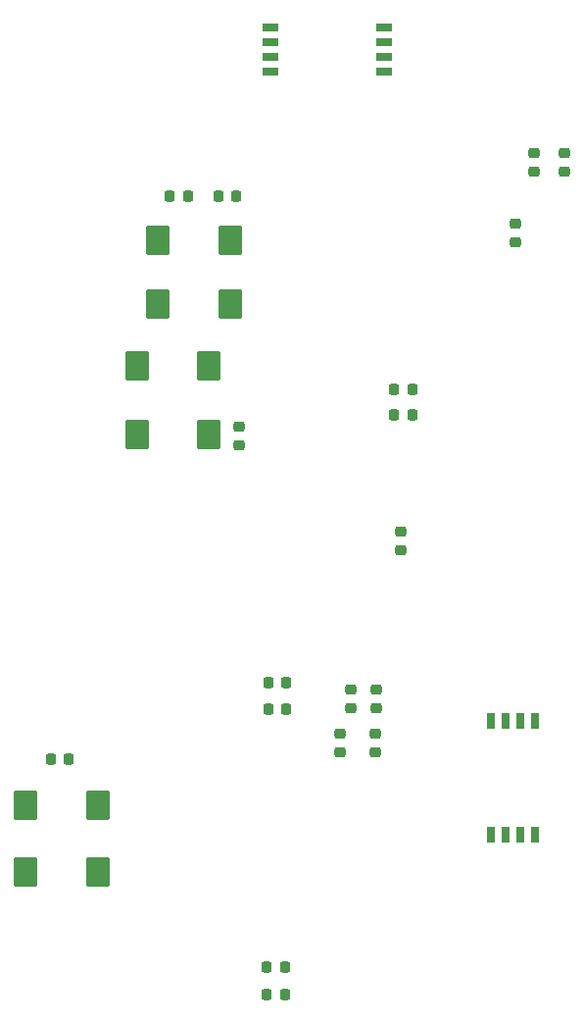
<source format=gbr>
G04 #@! TF.GenerationSoftware,KiCad,Pcbnew,5.99.0-unknown-14cba9723f~116~ubuntu18.04.1*
G04 #@! TF.CreationDate,2021-02-18T14:39:47+01:00*
G04 #@! TF.ProjectId,Uni_stick,556e695f-7374-4696-936b-2e6b69636164,rev?*
G04 #@! TF.SameCoordinates,Original*
G04 #@! TF.FileFunction,Paste,Top*
G04 #@! TF.FilePolarity,Positive*
%FSLAX46Y46*%
G04 Gerber Fmt 4.6, Leading zero omitted, Abs format (unit mm)*
G04 Created by KiCad (PCBNEW 5.99.0-unknown-14cba9723f~116~ubuntu18.04.1) date 2021-02-18 14:39:47*
%MOMM*%
%LPD*%
G01*
G04 APERTURE LIST*
G04 Aperture macros list*
%AMRoundRect*
0 Rectangle with rounded corners*
0 $1 Rounding radius*
0 $2 $3 $4 $5 $6 $7 $8 $9 X,Y pos of 4 corners*
0 Add a 4 corners polygon primitive as box body*
4,1,4,$2,$3,$4,$5,$6,$7,$8,$9,$2,$3,0*
0 Add four circle primitives for the rounded corners*
1,1,$1+$1,$2,$3*
1,1,$1+$1,$4,$5*
1,1,$1+$1,$6,$7*
1,1,$1+$1,$8,$9*
0 Add four rect primitives between the rounded corners*
20,1,$1+$1,$2,$3,$4,$5,0*
20,1,$1+$1,$4,$5,$6,$7,0*
20,1,$1+$1,$6,$7,$8,$9,0*
20,1,$1+$1,$8,$9,$2,$3,0*%
G04 Aperture macros list end*
%ADD10RoundRect,0.218750X0.256250X-0.218750X0.256250X0.218750X-0.256250X0.218750X-0.256250X-0.218750X0*%
%ADD11R,0.690000X1.350000*%
%ADD12RoundRect,0.218750X0.218750X0.256250X-0.218750X0.256250X-0.218750X-0.256250X0.218750X-0.256250X0*%
%ADD13RoundRect,0.250000X0.787500X1.025000X-0.787500X1.025000X-0.787500X-1.025000X0.787500X-1.025000X0*%
%ADD14R,1.350000X0.690000*%
%ADD15RoundRect,0.218750X-0.218750X-0.256250X0.218750X-0.256250X0.218750X0.256250X-0.218750X0.256250X0*%
G04 APERTURE END LIST*
D10*
X125400000Y-100087500D03*
X125400000Y-98512500D03*
D11*
X139105000Y-101197500D03*
X137835000Y-101197500D03*
X136565000Y-101197500D03*
X135295000Y-101197500D03*
X135295000Y-111027500D03*
X136565000Y-111027500D03*
X137835000Y-111027500D03*
X139105000Y-111027500D03*
D12*
X113287500Y-55900000D03*
X111712500Y-55900000D03*
D10*
X123200000Y-100087500D03*
X123200000Y-98512500D03*
D13*
X112712500Y-59700000D03*
X106487500Y-59700000D03*
D14*
X116197500Y-41395000D03*
X116197500Y-42665000D03*
X116197500Y-43935000D03*
X116197500Y-45205000D03*
X126027500Y-45205000D03*
X126027500Y-43935000D03*
X126027500Y-42665000D03*
X126027500Y-41395000D03*
D10*
X122200000Y-103887500D03*
X122200000Y-102312500D03*
X141600000Y-53787500D03*
X141600000Y-52212500D03*
D15*
X126912500Y-72600000D03*
X128487500Y-72600000D03*
D13*
X101312500Y-114300000D03*
X95087500Y-114300000D03*
D12*
X109087500Y-55900000D03*
X107512500Y-55900000D03*
D10*
X113500000Y-77387500D03*
X113500000Y-75812500D03*
D15*
X116012500Y-100200000D03*
X117587500Y-100200000D03*
D13*
X101312500Y-108500000D03*
X95087500Y-108500000D03*
X112712500Y-65200000D03*
X106487500Y-65200000D03*
D15*
X116012500Y-97900000D03*
X117587500Y-97900000D03*
D13*
X110912500Y-70600000D03*
X104687500Y-70600000D03*
D10*
X125300000Y-103887500D03*
X125300000Y-102312500D03*
X127500000Y-86487500D03*
X127500000Y-84912500D03*
D12*
X98787500Y-104500000D03*
X97212500Y-104500000D03*
D10*
X137400000Y-59887500D03*
X137400000Y-58312500D03*
D15*
X115912500Y-122500000D03*
X117487500Y-122500000D03*
D10*
X139000000Y-53787500D03*
X139000000Y-52212500D03*
D15*
X115912500Y-124800000D03*
X117487500Y-124800000D03*
D13*
X110912500Y-76500000D03*
X104687500Y-76500000D03*
D15*
X126912500Y-74800000D03*
X128487500Y-74800000D03*
M02*

</source>
